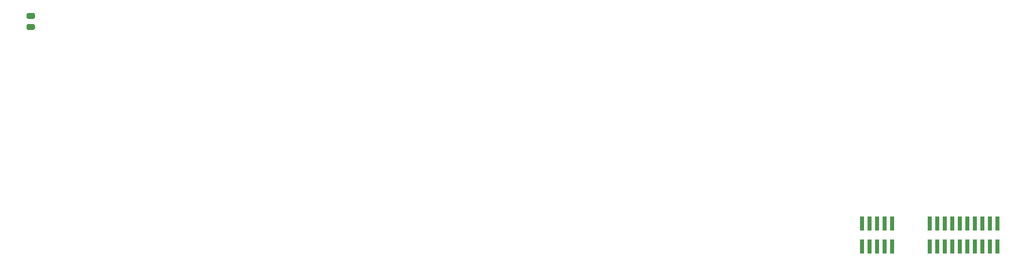
<source format=gbr>
%TF.GenerationSoftware,KiCad,Pcbnew,5.1.9*%
%TF.CreationDate,2021-02-05T17:27:01+00:00*%
%TF.ProjectId,keyboard,6b657962-6f61-4726-942e-6b696361645f,A*%
%TF.SameCoordinates,PX3072580PY3072580*%
%TF.FileFunction,Paste,Top*%
%TF.FilePolarity,Positive*%
%FSLAX46Y46*%
G04 Gerber Fmt 4.6, Leading zero omitted, Abs format (unit mm)*
G04 Created by KiCad (PCBNEW 5.1.9) date 2021-02-05 17:27:01*
%MOMM*%
%LPD*%
G01*
G04 APERTURE LIST*
%ADD10R,0.740000X2.400000*%
G04 APERTURE END LIST*
D10*
%TO.C,J2*%
X154940000Y-85770000D03*
X154940000Y-81870000D03*
X156210000Y-85770000D03*
X156210000Y-81870000D03*
X157480000Y-85770000D03*
X157480000Y-81870000D03*
X158750000Y-85770000D03*
X158750000Y-81870000D03*
X160020000Y-85770000D03*
X160020000Y-81870000D03*
X161290000Y-85770000D03*
X161290000Y-81870000D03*
X162560000Y-85770000D03*
X162560000Y-81870000D03*
X163830000Y-85770000D03*
X163830000Y-81870000D03*
X165100000Y-85770000D03*
X165100000Y-81870000D03*
X166370000Y-85770000D03*
X166370000Y-81870000D03*
%TD*%
%TO.C,LED2*%
G36*
G01*
X3631250Y-47175000D02*
X2718750Y-47175000D01*
G75*
G02*
X2475000Y-46931250I0J243750D01*
G01*
X2475000Y-46443750D01*
G75*
G02*
X2718750Y-46200000I243750J0D01*
G01*
X3631250Y-46200000D01*
G75*
G02*
X3875000Y-46443750I0J-243750D01*
G01*
X3875000Y-46931250D01*
G75*
G02*
X3631250Y-47175000I-243750J0D01*
G01*
G37*
G36*
G01*
X3631250Y-49050000D02*
X2718750Y-49050000D01*
G75*
G02*
X2475000Y-48806250I0J243750D01*
G01*
X2475000Y-48318750D01*
G75*
G02*
X2718750Y-48075000I243750J0D01*
G01*
X3631250Y-48075000D01*
G75*
G02*
X3875000Y-48318750I0J-243750D01*
G01*
X3875000Y-48806250D01*
G75*
G02*
X3631250Y-49050000I-243750J0D01*
G01*
G37*
%TD*%
%TO.C,J1*%
X143510000Y-85770000D03*
X143510000Y-81870000D03*
X144780000Y-85770000D03*
X144780000Y-81870000D03*
X146050000Y-85770000D03*
X146050000Y-81870000D03*
X147320000Y-85770000D03*
X147320000Y-81870000D03*
X148590000Y-85770000D03*
X148590000Y-81870000D03*
%TD*%
M02*

</source>
